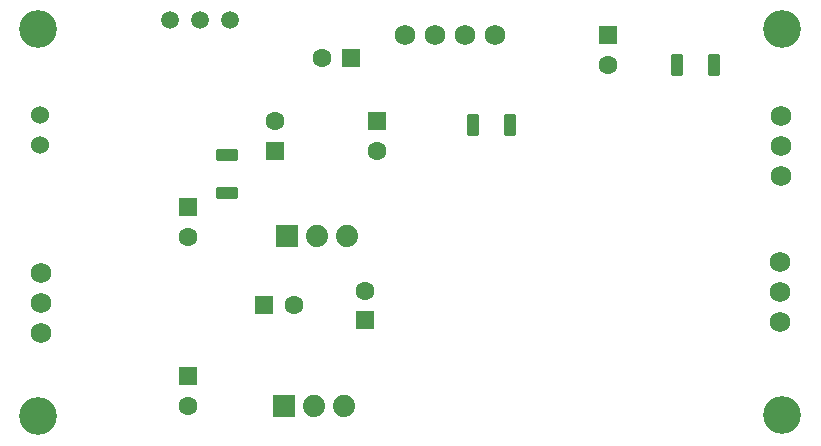
<source format=gbr>
%TF.GenerationSoftware,KiCad,Pcbnew,(6.0.9)*%
%TF.CreationDate,2022-12-07T15:32:04-05:00*%
%TF.ProjectId,CurrentSense_PS,43757272-656e-4745-9365-6e73655f5053,rev?*%
%TF.SameCoordinates,Original*%
%TF.FileFunction,Soldermask,Bot*%
%TF.FilePolarity,Negative*%
%FSLAX46Y46*%
G04 Gerber Fmt 4.6, Leading zero omitted, Abs format (unit mm)*
G04 Created by KiCad (PCBNEW (6.0.9)) date 2022-12-07 15:32:04*
%MOMM*%
%LPD*%
G01*
G04 APERTURE LIST*
G04 Aperture macros list*
%AMRoundRect*
0 Rectangle with rounded corners*
0 $1 Rounding radius*
0 $2 $3 $4 $5 $6 $7 $8 $9 X,Y pos of 4 corners*
0 Add a 4 corners polygon primitive as box body*
4,1,4,$2,$3,$4,$5,$6,$7,$8,$9,$2,$3,0*
0 Add four circle primitives for the rounded corners*
1,1,$1+$1,$2,$3*
1,1,$1+$1,$4,$5*
1,1,$1+$1,$6,$7*
1,1,$1+$1,$8,$9*
0 Add four rect primitives between the rounded corners*
20,1,$1+$1,$2,$3,$4,$5,0*
20,1,$1+$1,$4,$5,$6,$7,0*
20,1,$1+$1,$6,$7,$8,$9,0*
20,1,$1+$1,$8,$9,$2,$3,0*%
G04 Aperture macros list end*
%ADD10C,3.200000*%
%ADD11R,1.600000X1.600000*%
%ADD12C,1.600000*%
%ADD13C,1.524000*%
%ADD14C,1.727200*%
%ADD15C,1.498600*%
%ADD16R,1.879600X1.879600*%
%ADD17C,1.879600*%
%ADD18RoundRect,0.250000X-0.700000X0.275000X-0.700000X-0.275000X0.700000X-0.275000X0.700000X0.275000X0*%
%ADD19RoundRect,0.250000X-0.275000X-0.700000X0.275000X-0.700000X0.275000X0.700000X-0.275000X0.700000X0*%
G04 APERTURE END LIST*
D10*
%TO.C,H1*%
X61722000Y-64516000D03*
%TD*%
D11*
%TO.C,C4*%
X74422000Y-93853000D03*
D12*
X74422000Y-96353000D03*
%TD*%
D13*
%TO.C,J1*%
X61823600Y-74295000D03*
X61823600Y-71755000D03*
%TD*%
D11*
%TO.C,C7*%
X80836888Y-87884000D03*
D12*
X83336888Y-87884000D03*
%TD*%
D14*
%TO.C,J3*%
X61925200Y-90220800D03*
X61925200Y-87680800D03*
X61925200Y-85140800D03*
%TD*%
%TO.C,J4*%
X124561600Y-71882000D03*
X124561600Y-74422000D03*
X124561600Y-76962000D03*
%TD*%
D10*
%TO.C,H4*%
X124714000Y-64516000D03*
%TD*%
D11*
%TO.C,C3*%
X109982000Y-65024000D03*
D12*
X109982000Y-67524000D03*
%TD*%
D11*
%TO.C,C14*%
X88188800Y-66903600D03*
D12*
X85688800Y-66903600D03*
%TD*%
D11*
%TO.C,C5*%
X74422000Y-79566888D03*
D12*
X74422000Y-82066888D03*
%TD*%
D10*
%TO.C,H3*%
X124714000Y-97155000D03*
%TD*%
D11*
%TO.C,C2*%
X90424000Y-72303000D03*
D12*
X90424000Y-74803000D03*
%TD*%
D15*
%TO.C,J6*%
X72872600Y-63729700D03*
X75412600Y-63729700D03*
X77952600Y-63729700D03*
%TD*%
D14*
%TO.C,J5*%
X124511000Y-84201000D03*
X124511000Y-86741000D03*
X124511000Y-89281000D03*
%TD*%
D16*
%TO.C,U3*%
X82732600Y-82042000D03*
D17*
X85272600Y-82042000D03*
X87812600Y-82042000D03*
%TD*%
D16*
%TO.C,U2*%
X82478600Y-96393000D03*
D17*
X85018600Y-96393000D03*
X87558600Y-96393000D03*
%TD*%
D10*
%TO.C,H2*%
X61722000Y-97282000D03*
%TD*%
D11*
%TO.C,C6*%
X89408000Y-89154000D03*
D12*
X89408000Y-86654000D03*
%TD*%
D11*
%TO.C,C1*%
X81788000Y-74778112D03*
D12*
X81788000Y-72278112D03*
%TD*%
D14*
%TO.C,J2*%
X92760800Y-65024000D03*
X95300800Y-65024000D03*
X97840800Y-65024000D03*
X100380800Y-65024000D03*
%TD*%
D18*
%TO.C,L6*%
X77724000Y-75184000D03*
X77724000Y-78334000D03*
%TD*%
D19*
%TO.C,L5*%
X115773000Y-67564000D03*
X118923000Y-67564000D03*
%TD*%
%TO.C,L4*%
X98501000Y-72644000D03*
X101651000Y-72644000D03*
%TD*%
M02*

</source>
